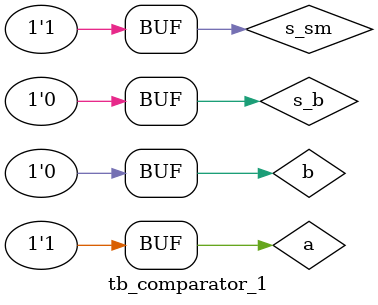
<source format=v>
module tb_comparator_1();
	reg a,b;
	reg s_b, s_sm;
	wire big, eq, sm;
	
	comparator_1 c0(a,b,s_b,s_sm, big, eq,sm);
	
	initial begin
	
	a 		= 1'b1;
	b 		= 1'b0;
	s_b 	= 1'b0;
	s_sm 	= 1'b1;
	#10;
	$monitor("big:%1b | eq:%1b |sm:%1b ",big,eq,sm);
	
	end
	
endmodule
</source>
